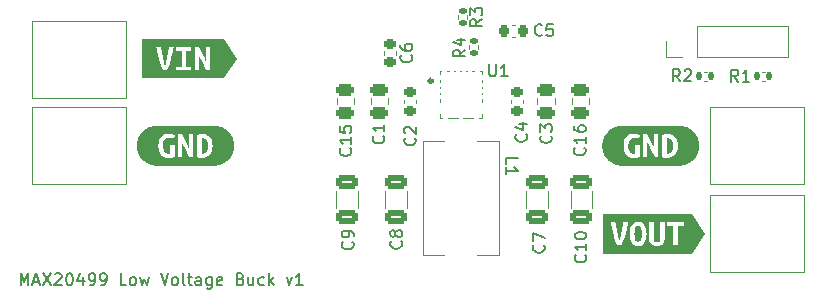
<source format=gbr>
%TF.GenerationSoftware,KiCad,Pcbnew,(6.0.0-0)*%
%TF.CreationDate,2022-06-13T23:55:57-07:00*%
%TF.ProjectId,max20499_breakout,6d617832-3034-4393-995f-627265616b6f,rev?*%
%TF.SameCoordinates,Original*%
%TF.FileFunction,Legend,Top*%
%TF.FilePolarity,Positive*%
%FSLAX46Y46*%
G04 Gerber Fmt 4.6, Leading zero omitted, Abs format (unit mm)*
G04 Created by KiCad (PCBNEW (6.0.0-0)) date 2022-06-13 23:55:57*
%MOMM*%
%LPD*%
G01*
G04 APERTURE LIST*
G04 Aperture macros list*
%AMRoundRect*
0 Rectangle with rounded corners*
0 $1 Rounding radius*
0 $2 $3 $4 $5 $6 $7 $8 $9 X,Y pos of 4 corners*
0 Add a 4 corners polygon primitive as box body*
4,1,4,$2,$3,$4,$5,$6,$7,$8,$9,$2,$3,0*
0 Add four circle primitives for the rounded corners*
1,1,$1+$1,$2,$3*
1,1,$1+$1,$4,$5*
1,1,$1+$1,$6,$7*
1,1,$1+$1,$8,$9*
0 Add four rect primitives between the rounded corners*
20,1,$1+$1,$2,$3,$4,$5,0*
20,1,$1+$1,$4,$5,$6,$7,0*
20,1,$1+$1,$6,$7,$8,$9,0*
20,1,$1+$1,$8,$9,$2,$3,0*%
%AMFreePoly0*
4,1,17,0.000354,1.075354,0.000500,1.075000,0.000500,0.000000,0.000354,-0.000354,0.000000,-0.000500,-0.900000,-0.000500,-0.900354,-0.000354,-0.900500,0.000000,-0.900500,0.400000,-0.900354,0.400354,-0.900000,0.400500,-0.450500,0.400500,-0.450500,1.075000,-0.450354,1.075354,-0.450000,1.075500,0.000000,1.075500,0.000354,1.075354,0.000354,1.075354,$1*%
%AMFreePoly1*
4,1,17,0.450354,1.075354,0.450500,1.075000,0.450500,0.400500,0.900000,0.400500,0.900354,0.400354,0.900500,0.400000,0.900500,0.000000,0.900354,-0.000354,0.900000,-0.000500,0.000000,-0.000500,-0.000354,-0.000354,-0.000500,0.000000,-0.000500,1.075000,-0.000354,1.075354,0.000000,1.075500,0.450000,1.075500,0.450354,1.075354,0.450354,1.075354,$1*%
%AMFreePoly2*
4,1,17,0.000354,0.000354,0.000500,0.000000,0.000500,-0.350000,0.000354,-0.350354,0.000000,-0.350500,-0.975000,-0.350500,-0.975354,-0.350354,-0.975500,-0.350000,-0.975500,-0.250500,-1.550000,-0.250500,-1.550354,-0.250354,-1.550500,-0.250000,-1.550500,0.000000,-1.550354,0.000354,-1.550000,0.000500,0.000000,0.000500,0.000354,0.000354,0.000354,0.000354,$1*%
%AMFreePoly3*
4,1,29,0.000035,0.000035,0.000050,0.000000,0.000050,-0.900000,0.000035,-0.900035,0.000000,-0.900050,-0.499950,-0.900050,-0.499950,-1.600000,-0.499965,-1.600035,-0.500000,-1.600050,-0.950000,-1.600050,-0.950035,-1.600035,-0.950050,-1.600000,-0.950050,-0.900050,-1.575000,-0.900050,-1.575035,-0.900035,-1.575050,-0.900000,-1.575050,-0.650000,-1.575035,-0.649965,-1.575000,-0.649950,-0.950050,-0.649950,
-0.950050,-0.250050,-1.575000,-0.250050,-1.575035,-0.250035,-1.575050,-0.250000,-1.575050,0.000000,-1.575035,0.000035,-1.575000,0.000050,0.000000,0.000050,0.000035,0.000035,0.000035,0.000035,$1*%
%AMFreePoly4*
4,1,29,1.575035,0.000035,1.575050,0.000000,1.575050,-0.250000,1.575035,-0.250035,1.575000,-0.250050,0.950050,-0.250050,0.950050,-0.649950,1.575000,-0.649950,1.575035,-0.649965,1.575050,-0.650000,1.575050,-0.900000,1.575035,-0.900035,1.575000,-0.900050,0.950050,-0.900050,0.950050,-1.600000,0.950035,-1.600035,0.950000,-1.600050,0.500000,-1.600050,0.499965,-1.600035,0.499950,-1.600000,
0.499950,-0.900050,0.000000,-0.900050,-0.000035,-0.900035,-0.000050,-0.900000,-0.000050,0.000000,-0.000035,0.000035,0.000000,0.000050,1.575000,0.000050,1.575035,0.000035,1.575035,0.000035,$1*%
%AMFreePoly5*
4,1,17,1.550354,0.000354,1.550500,0.000000,1.550500,-0.250000,1.550354,-0.250354,1.550000,-0.250500,0.975500,-0.250500,0.975500,-0.350000,0.975354,-0.350354,0.975000,-0.350500,0.000000,-0.350500,-0.000354,-0.350354,-0.000500,-0.350000,-0.000500,0.000000,-0.000354,0.000354,0.000000,0.000500,1.550000,0.000500,1.550354,0.000354,1.550354,0.000354,$1*%
G04 Aperture macros list end*
%ADD10C,0.150000*%
%ADD11C,0.120000*%
%ADD12C,0.312240*%
%ADD13RoundRect,0.135000X-0.185000X0.135000X-0.185000X-0.135000X0.185000X-0.135000X0.185000X0.135000X0*%
%ADD14RoundRect,0.135000X0.135000X0.185000X-0.135000X0.185000X-0.135000X-0.185000X0.135000X-0.185000X0*%
%ADD15C,2.520000*%
%ADD16RoundRect,0.225000X-0.250000X0.225000X-0.250000X-0.225000X0.250000X-0.225000X0.250000X0.225000X0*%
%ADD17RoundRect,0.250000X-0.475000X0.250000X-0.475000X-0.250000X0.475000X-0.250000X0.475000X0.250000X0*%
%ADD18R,1.700000X1.700000*%
%ADD19O,1.700000X1.700000*%
%ADD20RoundRect,0.250000X0.650000X-0.325000X0.650000X0.325000X-0.650000X0.325000X-0.650000X-0.325000X0*%
%ADD21RoundRect,0.225000X-0.225000X-0.250000X0.225000X-0.250000X0.225000X0.250000X-0.225000X0.250000X0*%
%ADD22R,0.650000X0.700000*%
%ADD23FreePoly0,0.000000*%
%ADD24R,0.350000X1.025000*%
%ADD25R,0.300000X0.925000*%
%ADD26FreePoly1,0.000000*%
%ADD27R,0.925000X0.300000*%
%ADD28FreePoly2,0.000000*%
%ADD29C,0.100000*%
%ADD30FreePoly3,0.000000*%
%ADD31R,0.350000X1.925000*%
%ADD32FreePoly4,0.000000*%
%ADD33FreePoly5,0.000000*%
%ADD34R,2.700000X3.850000*%
G04 APERTURE END LIST*
D10*
X94241428Y-109392380D02*
X94241428Y-108392380D01*
X94574761Y-109106666D01*
X94908095Y-108392380D01*
X94908095Y-109392380D01*
X95336666Y-109106666D02*
X95812857Y-109106666D01*
X95241428Y-109392380D02*
X95574761Y-108392380D01*
X95908095Y-109392380D01*
X96146190Y-108392380D02*
X96812857Y-109392380D01*
X96812857Y-108392380D02*
X96146190Y-109392380D01*
X97146190Y-108487619D02*
X97193809Y-108440000D01*
X97289047Y-108392380D01*
X97527142Y-108392380D01*
X97622380Y-108440000D01*
X97670000Y-108487619D01*
X97717619Y-108582857D01*
X97717619Y-108678095D01*
X97670000Y-108820952D01*
X97098571Y-109392380D01*
X97717619Y-109392380D01*
X98336666Y-108392380D02*
X98431904Y-108392380D01*
X98527142Y-108440000D01*
X98574761Y-108487619D01*
X98622380Y-108582857D01*
X98670000Y-108773333D01*
X98670000Y-109011428D01*
X98622380Y-109201904D01*
X98574761Y-109297142D01*
X98527142Y-109344761D01*
X98431904Y-109392380D01*
X98336666Y-109392380D01*
X98241428Y-109344761D01*
X98193809Y-109297142D01*
X98146190Y-109201904D01*
X98098571Y-109011428D01*
X98098571Y-108773333D01*
X98146190Y-108582857D01*
X98193809Y-108487619D01*
X98241428Y-108440000D01*
X98336666Y-108392380D01*
X99527142Y-108725714D02*
X99527142Y-109392380D01*
X99289047Y-108344761D02*
X99050952Y-109059047D01*
X99670000Y-109059047D01*
X100098571Y-109392380D02*
X100289047Y-109392380D01*
X100384285Y-109344761D01*
X100431904Y-109297142D01*
X100527142Y-109154285D01*
X100574761Y-108963809D01*
X100574761Y-108582857D01*
X100527142Y-108487619D01*
X100479523Y-108440000D01*
X100384285Y-108392380D01*
X100193809Y-108392380D01*
X100098571Y-108440000D01*
X100050952Y-108487619D01*
X100003333Y-108582857D01*
X100003333Y-108820952D01*
X100050952Y-108916190D01*
X100098571Y-108963809D01*
X100193809Y-109011428D01*
X100384285Y-109011428D01*
X100479523Y-108963809D01*
X100527142Y-108916190D01*
X100574761Y-108820952D01*
X101050952Y-109392380D02*
X101241428Y-109392380D01*
X101336666Y-109344761D01*
X101384285Y-109297142D01*
X101479523Y-109154285D01*
X101527142Y-108963809D01*
X101527142Y-108582857D01*
X101479523Y-108487619D01*
X101431904Y-108440000D01*
X101336666Y-108392380D01*
X101146190Y-108392380D01*
X101050952Y-108440000D01*
X101003333Y-108487619D01*
X100955714Y-108582857D01*
X100955714Y-108820952D01*
X101003333Y-108916190D01*
X101050952Y-108963809D01*
X101146190Y-109011428D01*
X101336666Y-109011428D01*
X101431904Y-108963809D01*
X101479523Y-108916190D01*
X101527142Y-108820952D01*
X103193809Y-109392380D02*
X102717619Y-109392380D01*
X102717619Y-108392380D01*
X103670000Y-109392380D02*
X103574761Y-109344761D01*
X103527142Y-109297142D01*
X103479523Y-109201904D01*
X103479523Y-108916190D01*
X103527142Y-108820952D01*
X103574761Y-108773333D01*
X103670000Y-108725714D01*
X103812857Y-108725714D01*
X103908095Y-108773333D01*
X103955714Y-108820952D01*
X104003333Y-108916190D01*
X104003333Y-109201904D01*
X103955714Y-109297142D01*
X103908095Y-109344761D01*
X103812857Y-109392380D01*
X103670000Y-109392380D01*
X104336666Y-108725714D02*
X104527142Y-109392380D01*
X104717619Y-108916190D01*
X104908095Y-109392380D01*
X105098571Y-108725714D01*
X106098571Y-108392380D02*
X106431904Y-109392380D01*
X106765238Y-108392380D01*
X107241428Y-109392380D02*
X107146190Y-109344761D01*
X107098571Y-109297142D01*
X107050952Y-109201904D01*
X107050952Y-108916190D01*
X107098571Y-108820952D01*
X107146190Y-108773333D01*
X107241428Y-108725714D01*
X107384285Y-108725714D01*
X107479523Y-108773333D01*
X107527142Y-108820952D01*
X107574761Y-108916190D01*
X107574761Y-109201904D01*
X107527142Y-109297142D01*
X107479523Y-109344761D01*
X107384285Y-109392380D01*
X107241428Y-109392380D01*
X108146190Y-109392380D02*
X108050952Y-109344761D01*
X108003333Y-109249523D01*
X108003333Y-108392380D01*
X108384285Y-108725714D02*
X108765238Y-108725714D01*
X108527142Y-108392380D02*
X108527142Y-109249523D01*
X108574761Y-109344761D01*
X108670000Y-109392380D01*
X108765238Y-109392380D01*
X109527142Y-109392380D02*
X109527142Y-108868571D01*
X109479523Y-108773333D01*
X109384285Y-108725714D01*
X109193809Y-108725714D01*
X109098571Y-108773333D01*
X109527142Y-109344761D02*
X109431904Y-109392380D01*
X109193809Y-109392380D01*
X109098571Y-109344761D01*
X109050952Y-109249523D01*
X109050952Y-109154285D01*
X109098571Y-109059047D01*
X109193809Y-109011428D01*
X109431904Y-109011428D01*
X109527142Y-108963809D01*
X110431904Y-108725714D02*
X110431904Y-109535238D01*
X110384285Y-109630476D01*
X110336666Y-109678095D01*
X110241428Y-109725714D01*
X110098571Y-109725714D01*
X110003333Y-109678095D01*
X110431904Y-109344761D02*
X110336666Y-109392380D01*
X110146190Y-109392380D01*
X110050952Y-109344761D01*
X110003333Y-109297142D01*
X109955714Y-109201904D01*
X109955714Y-108916190D01*
X110003333Y-108820952D01*
X110050952Y-108773333D01*
X110146190Y-108725714D01*
X110336666Y-108725714D01*
X110431904Y-108773333D01*
X111289047Y-109344761D02*
X111193809Y-109392380D01*
X111003333Y-109392380D01*
X110908095Y-109344761D01*
X110860476Y-109249523D01*
X110860476Y-108868571D01*
X110908095Y-108773333D01*
X111003333Y-108725714D01*
X111193809Y-108725714D01*
X111289047Y-108773333D01*
X111336666Y-108868571D01*
X111336666Y-108963809D01*
X110860476Y-109059047D01*
X112860476Y-108868571D02*
X113003333Y-108916190D01*
X113050952Y-108963809D01*
X113098571Y-109059047D01*
X113098571Y-109201904D01*
X113050952Y-109297142D01*
X113003333Y-109344761D01*
X112908095Y-109392380D01*
X112527142Y-109392380D01*
X112527142Y-108392380D01*
X112860476Y-108392380D01*
X112955714Y-108440000D01*
X113003333Y-108487619D01*
X113050952Y-108582857D01*
X113050952Y-108678095D01*
X113003333Y-108773333D01*
X112955714Y-108820952D01*
X112860476Y-108868571D01*
X112527142Y-108868571D01*
X113955714Y-108725714D02*
X113955714Y-109392380D01*
X113527142Y-108725714D02*
X113527142Y-109249523D01*
X113574761Y-109344761D01*
X113670000Y-109392380D01*
X113812857Y-109392380D01*
X113908095Y-109344761D01*
X113955714Y-109297142D01*
X114860476Y-109344761D02*
X114765238Y-109392380D01*
X114574761Y-109392380D01*
X114479523Y-109344761D01*
X114431904Y-109297142D01*
X114384285Y-109201904D01*
X114384285Y-108916190D01*
X114431904Y-108820952D01*
X114479523Y-108773333D01*
X114574761Y-108725714D01*
X114765238Y-108725714D01*
X114860476Y-108773333D01*
X115289047Y-109392380D02*
X115289047Y-108392380D01*
X115384285Y-109011428D02*
X115670000Y-109392380D01*
X115670000Y-108725714D02*
X115289047Y-109106666D01*
X116765238Y-108725714D02*
X117003333Y-109392380D01*
X117241428Y-108725714D01*
X118146190Y-109392380D02*
X117574761Y-109392380D01*
X117860476Y-109392380D02*
X117860476Y-108392380D01*
X117765238Y-108535238D01*
X117670000Y-108630476D01*
X117574761Y-108678095D01*
%TO.C,R4*%
X131892380Y-89456666D02*
X131416190Y-89790000D01*
X131892380Y-90028095D02*
X130892380Y-90028095D01*
X130892380Y-89647142D01*
X130940000Y-89551904D01*
X130987619Y-89504285D01*
X131082857Y-89456666D01*
X131225714Y-89456666D01*
X131320952Y-89504285D01*
X131368571Y-89551904D01*
X131416190Y-89647142D01*
X131416190Y-90028095D01*
X131225714Y-88599523D02*
X131892380Y-88599523D01*
X130844761Y-88837619D02*
X131559047Y-89075714D01*
X131559047Y-88456666D01*
%TO.C,R3*%
X133322380Y-86866666D02*
X132846190Y-87200000D01*
X133322380Y-87438095D02*
X132322380Y-87438095D01*
X132322380Y-87057142D01*
X132370000Y-86961904D01*
X132417619Y-86914285D01*
X132512857Y-86866666D01*
X132655714Y-86866666D01*
X132750952Y-86914285D01*
X132798571Y-86961904D01*
X132846190Y-87057142D01*
X132846190Y-87438095D01*
X132322380Y-86533333D02*
X132322380Y-85914285D01*
X132703333Y-86247619D01*
X132703333Y-86104761D01*
X132750952Y-86009523D01*
X132798571Y-85961904D01*
X132893809Y-85914285D01*
X133131904Y-85914285D01*
X133227142Y-85961904D01*
X133274761Y-86009523D01*
X133322380Y-86104761D01*
X133322380Y-86390476D01*
X133274761Y-86485714D01*
X133227142Y-86533333D01*
%TO.C,R2*%
X150078333Y-92132380D02*
X149745000Y-91656190D01*
X149506904Y-92132380D02*
X149506904Y-91132380D01*
X149887857Y-91132380D01*
X149983095Y-91180000D01*
X150030714Y-91227619D01*
X150078333Y-91322857D01*
X150078333Y-91465714D01*
X150030714Y-91560952D01*
X149983095Y-91608571D01*
X149887857Y-91656190D01*
X149506904Y-91656190D01*
X150459285Y-91227619D02*
X150506904Y-91180000D01*
X150602142Y-91132380D01*
X150840238Y-91132380D01*
X150935476Y-91180000D01*
X150983095Y-91227619D01*
X151030714Y-91322857D01*
X151030714Y-91418095D01*
X150983095Y-91560952D01*
X150411666Y-92132380D01*
X151030714Y-92132380D01*
%TO.C,R1*%
X155008333Y-92162380D02*
X154675000Y-91686190D01*
X154436904Y-92162380D02*
X154436904Y-91162380D01*
X154817857Y-91162380D01*
X154913095Y-91210000D01*
X154960714Y-91257619D01*
X155008333Y-91352857D01*
X155008333Y-91495714D01*
X154960714Y-91590952D01*
X154913095Y-91638571D01*
X154817857Y-91686190D01*
X154436904Y-91686190D01*
X155960714Y-92162380D02*
X155389285Y-92162380D01*
X155675000Y-92162380D02*
X155675000Y-91162380D01*
X155579761Y-91305238D01*
X155484523Y-91400476D01*
X155389285Y-91448095D01*
%TO.C,C2*%
X127617142Y-96936666D02*
X127664761Y-96984285D01*
X127712380Y-97127142D01*
X127712380Y-97222380D01*
X127664761Y-97365238D01*
X127569523Y-97460476D01*
X127474285Y-97508095D01*
X127283809Y-97555714D01*
X127140952Y-97555714D01*
X126950476Y-97508095D01*
X126855238Y-97460476D01*
X126760000Y-97365238D01*
X126712380Y-97222380D01*
X126712380Y-97127142D01*
X126760000Y-96984285D01*
X126807619Y-96936666D01*
X126807619Y-96555714D02*
X126760000Y-96508095D01*
X126712380Y-96412857D01*
X126712380Y-96174761D01*
X126760000Y-96079523D01*
X126807619Y-96031904D01*
X126902857Y-95984285D01*
X126998095Y-95984285D01*
X127140952Y-96031904D01*
X127712380Y-96603333D01*
X127712380Y-95984285D01*
%TO.C,C15*%
X122167142Y-97812857D02*
X122214761Y-97860476D01*
X122262380Y-98003333D01*
X122262380Y-98098571D01*
X122214761Y-98241428D01*
X122119523Y-98336666D01*
X122024285Y-98384285D01*
X121833809Y-98431904D01*
X121690952Y-98431904D01*
X121500476Y-98384285D01*
X121405238Y-98336666D01*
X121310000Y-98241428D01*
X121262380Y-98098571D01*
X121262380Y-98003333D01*
X121310000Y-97860476D01*
X121357619Y-97812857D01*
X122262380Y-96860476D02*
X122262380Y-97431904D01*
X122262380Y-97146190D02*
X121262380Y-97146190D01*
X121405238Y-97241428D01*
X121500476Y-97336666D01*
X121548095Y-97431904D01*
X121262380Y-95955714D02*
X121262380Y-96431904D01*
X121738571Y-96479523D01*
X121690952Y-96431904D01*
X121643333Y-96336666D01*
X121643333Y-96098571D01*
X121690952Y-96003333D01*
X121738571Y-95955714D01*
X121833809Y-95908095D01*
X122071904Y-95908095D01*
X122167142Y-95955714D01*
X122214761Y-96003333D01*
X122262380Y-96098571D01*
X122262380Y-96336666D01*
X122214761Y-96431904D01*
X122167142Y-96479523D01*
%TO.C,C8*%
X126457142Y-105676666D02*
X126504761Y-105724285D01*
X126552380Y-105867142D01*
X126552380Y-105962380D01*
X126504761Y-106105238D01*
X126409523Y-106200476D01*
X126314285Y-106248095D01*
X126123809Y-106295714D01*
X125980952Y-106295714D01*
X125790476Y-106248095D01*
X125695238Y-106200476D01*
X125600000Y-106105238D01*
X125552380Y-105962380D01*
X125552380Y-105867142D01*
X125600000Y-105724285D01*
X125647619Y-105676666D01*
X125980952Y-105105238D02*
X125933333Y-105200476D01*
X125885714Y-105248095D01*
X125790476Y-105295714D01*
X125742857Y-105295714D01*
X125647619Y-105248095D01*
X125600000Y-105200476D01*
X125552380Y-105105238D01*
X125552380Y-104914761D01*
X125600000Y-104819523D01*
X125647619Y-104771904D01*
X125742857Y-104724285D01*
X125790476Y-104724285D01*
X125885714Y-104771904D01*
X125933333Y-104819523D01*
X125980952Y-104914761D01*
X125980952Y-105105238D01*
X126028571Y-105200476D01*
X126076190Y-105248095D01*
X126171428Y-105295714D01*
X126361904Y-105295714D01*
X126457142Y-105248095D01*
X126504761Y-105200476D01*
X126552380Y-105105238D01*
X126552380Y-104914761D01*
X126504761Y-104819523D01*
X126457142Y-104771904D01*
X126361904Y-104724285D01*
X126171428Y-104724285D01*
X126076190Y-104771904D01*
X126028571Y-104819523D01*
X125980952Y-104914761D01*
%TO.C,C1*%
X124947142Y-96766666D02*
X124994761Y-96814285D01*
X125042380Y-96957142D01*
X125042380Y-97052380D01*
X124994761Y-97195238D01*
X124899523Y-97290476D01*
X124804285Y-97338095D01*
X124613809Y-97385714D01*
X124470952Y-97385714D01*
X124280476Y-97338095D01*
X124185238Y-97290476D01*
X124090000Y-97195238D01*
X124042380Y-97052380D01*
X124042380Y-96957142D01*
X124090000Y-96814285D01*
X124137619Y-96766666D01*
X125042380Y-95814285D02*
X125042380Y-96385714D01*
X125042380Y-96100000D02*
X124042380Y-96100000D01*
X124185238Y-96195238D01*
X124280476Y-96290476D01*
X124328095Y-96385714D01*
%TO.C,C5*%
X138383333Y-88197142D02*
X138335714Y-88244761D01*
X138192857Y-88292380D01*
X138097619Y-88292380D01*
X137954761Y-88244761D01*
X137859523Y-88149523D01*
X137811904Y-88054285D01*
X137764285Y-87863809D01*
X137764285Y-87720952D01*
X137811904Y-87530476D01*
X137859523Y-87435238D01*
X137954761Y-87340000D01*
X138097619Y-87292380D01*
X138192857Y-87292380D01*
X138335714Y-87340000D01*
X138383333Y-87387619D01*
X139288095Y-87292380D02*
X138811904Y-87292380D01*
X138764285Y-87768571D01*
X138811904Y-87720952D01*
X138907142Y-87673333D01*
X139145238Y-87673333D01*
X139240476Y-87720952D01*
X139288095Y-87768571D01*
X139335714Y-87863809D01*
X139335714Y-88101904D01*
X139288095Y-88197142D01*
X139240476Y-88244761D01*
X139145238Y-88292380D01*
X138907142Y-88292380D01*
X138811904Y-88244761D01*
X138764285Y-88197142D01*
%TO.C,C7*%
X138527142Y-106016666D02*
X138574761Y-106064285D01*
X138622380Y-106207142D01*
X138622380Y-106302380D01*
X138574761Y-106445238D01*
X138479523Y-106540476D01*
X138384285Y-106588095D01*
X138193809Y-106635714D01*
X138050952Y-106635714D01*
X137860476Y-106588095D01*
X137765238Y-106540476D01*
X137670000Y-106445238D01*
X137622380Y-106302380D01*
X137622380Y-106207142D01*
X137670000Y-106064285D01*
X137717619Y-106016666D01*
X137622380Y-105683333D02*
X137622380Y-105016666D01*
X138622380Y-105445238D01*
%TO.C,U1*%
X133908095Y-90712380D02*
X133908095Y-91521904D01*
X133955714Y-91617142D01*
X134003333Y-91664761D01*
X134098571Y-91712380D01*
X134289047Y-91712380D01*
X134384285Y-91664761D01*
X134431904Y-91617142D01*
X134479523Y-91521904D01*
X134479523Y-90712380D01*
X135479523Y-91712380D02*
X134908095Y-91712380D01*
X135193809Y-91712380D02*
X135193809Y-90712380D01*
X135098571Y-90855238D01*
X135003333Y-90950476D01*
X134908095Y-90998095D01*
%TO.C,C9*%
X122347142Y-105726666D02*
X122394761Y-105774285D01*
X122442380Y-105917142D01*
X122442380Y-106012380D01*
X122394761Y-106155238D01*
X122299523Y-106250476D01*
X122204285Y-106298095D01*
X122013809Y-106345714D01*
X121870952Y-106345714D01*
X121680476Y-106298095D01*
X121585238Y-106250476D01*
X121490000Y-106155238D01*
X121442380Y-106012380D01*
X121442380Y-105917142D01*
X121490000Y-105774285D01*
X121537619Y-105726666D01*
X122442380Y-105250476D02*
X122442380Y-105060000D01*
X122394761Y-104964761D01*
X122347142Y-104917142D01*
X122204285Y-104821904D01*
X122013809Y-104774285D01*
X121632857Y-104774285D01*
X121537619Y-104821904D01*
X121490000Y-104869523D01*
X121442380Y-104964761D01*
X121442380Y-105155238D01*
X121490000Y-105250476D01*
X121537619Y-105298095D01*
X121632857Y-105345714D01*
X121870952Y-105345714D01*
X121966190Y-105298095D01*
X122013809Y-105250476D01*
X122061428Y-105155238D01*
X122061428Y-104964761D01*
X122013809Y-104869523D01*
X121966190Y-104821904D01*
X121870952Y-104774285D01*
%TO.C,C16*%
X141987142Y-97767857D02*
X142034761Y-97815476D01*
X142082380Y-97958333D01*
X142082380Y-98053571D01*
X142034761Y-98196428D01*
X141939523Y-98291666D01*
X141844285Y-98339285D01*
X141653809Y-98386904D01*
X141510952Y-98386904D01*
X141320476Y-98339285D01*
X141225238Y-98291666D01*
X141130000Y-98196428D01*
X141082380Y-98053571D01*
X141082380Y-97958333D01*
X141130000Y-97815476D01*
X141177619Y-97767857D01*
X142082380Y-96815476D02*
X142082380Y-97386904D01*
X142082380Y-97101190D02*
X141082380Y-97101190D01*
X141225238Y-97196428D01*
X141320476Y-97291666D01*
X141368095Y-97386904D01*
X141082380Y-95958333D02*
X141082380Y-96148809D01*
X141130000Y-96244047D01*
X141177619Y-96291666D01*
X141320476Y-96386904D01*
X141510952Y-96434523D01*
X141891904Y-96434523D01*
X141987142Y-96386904D01*
X142034761Y-96339285D01*
X142082380Y-96244047D01*
X142082380Y-96053571D01*
X142034761Y-95958333D01*
X141987142Y-95910714D01*
X141891904Y-95863095D01*
X141653809Y-95863095D01*
X141558571Y-95910714D01*
X141510952Y-95958333D01*
X141463333Y-96053571D01*
X141463333Y-96244047D01*
X141510952Y-96339285D01*
X141558571Y-96386904D01*
X141653809Y-96434523D01*
%TO.C,L1*%
X135322619Y-99123333D02*
X135322619Y-98647142D01*
X136322619Y-98647142D01*
X135322619Y-99980476D02*
X135322619Y-99409047D01*
X135322619Y-99694761D02*
X136322619Y-99694761D01*
X136179761Y-99599523D01*
X136084523Y-99504285D01*
X136036904Y-99409047D01*
%TO.C,C10*%
X142057142Y-106832857D02*
X142104761Y-106880476D01*
X142152380Y-107023333D01*
X142152380Y-107118571D01*
X142104761Y-107261428D01*
X142009523Y-107356666D01*
X141914285Y-107404285D01*
X141723809Y-107451904D01*
X141580952Y-107451904D01*
X141390476Y-107404285D01*
X141295238Y-107356666D01*
X141200000Y-107261428D01*
X141152380Y-107118571D01*
X141152380Y-107023333D01*
X141200000Y-106880476D01*
X141247619Y-106832857D01*
X142152380Y-105880476D02*
X142152380Y-106451904D01*
X142152380Y-106166190D02*
X141152380Y-106166190D01*
X141295238Y-106261428D01*
X141390476Y-106356666D01*
X141438095Y-106451904D01*
X141152380Y-105261428D02*
X141152380Y-105166190D01*
X141200000Y-105070952D01*
X141247619Y-105023333D01*
X141342857Y-104975714D01*
X141533333Y-104928095D01*
X141771428Y-104928095D01*
X141961904Y-104975714D01*
X142057142Y-105023333D01*
X142104761Y-105070952D01*
X142152380Y-105166190D01*
X142152380Y-105261428D01*
X142104761Y-105356666D01*
X142057142Y-105404285D01*
X141961904Y-105451904D01*
X141771428Y-105499523D01*
X141533333Y-105499523D01*
X141342857Y-105451904D01*
X141247619Y-105404285D01*
X141200000Y-105356666D01*
X141152380Y-105261428D01*
%TO.C,C4*%
X137047142Y-96621666D02*
X137094761Y-96669285D01*
X137142380Y-96812142D01*
X137142380Y-96907380D01*
X137094761Y-97050238D01*
X136999523Y-97145476D01*
X136904285Y-97193095D01*
X136713809Y-97240714D01*
X136570952Y-97240714D01*
X136380476Y-97193095D01*
X136285238Y-97145476D01*
X136190000Y-97050238D01*
X136142380Y-96907380D01*
X136142380Y-96812142D01*
X136190000Y-96669285D01*
X136237619Y-96621666D01*
X136475714Y-95764523D02*
X137142380Y-95764523D01*
X136094761Y-96002619D02*
X136809047Y-96240714D01*
X136809047Y-95621666D01*
%TO.C,C6*%
X127307142Y-89916666D02*
X127354761Y-89964285D01*
X127402380Y-90107142D01*
X127402380Y-90202380D01*
X127354761Y-90345238D01*
X127259523Y-90440476D01*
X127164285Y-90488095D01*
X126973809Y-90535714D01*
X126830952Y-90535714D01*
X126640476Y-90488095D01*
X126545238Y-90440476D01*
X126450000Y-90345238D01*
X126402380Y-90202380D01*
X126402380Y-90107142D01*
X126450000Y-89964285D01*
X126497619Y-89916666D01*
X126402380Y-89059523D02*
X126402380Y-89250000D01*
X126450000Y-89345238D01*
X126497619Y-89392857D01*
X126640476Y-89488095D01*
X126830952Y-89535714D01*
X127211904Y-89535714D01*
X127307142Y-89488095D01*
X127354761Y-89440476D01*
X127402380Y-89345238D01*
X127402380Y-89154761D01*
X127354761Y-89059523D01*
X127307142Y-89011904D01*
X127211904Y-88964285D01*
X126973809Y-88964285D01*
X126878571Y-89011904D01*
X126830952Y-89059523D01*
X126783333Y-89154761D01*
X126783333Y-89345238D01*
X126830952Y-89440476D01*
X126878571Y-89488095D01*
X126973809Y-89535714D01*
%TO.C,C3*%
X139137142Y-96731666D02*
X139184761Y-96779285D01*
X139232380Y-96922142D01*
X139232380Y-97017380D01*
X139184761Y-97160238D01*
X139089523Y-97255476D01*
X138994285Y-97303095D01*
X138803809Y-97350714D01*
X138660952Y-97350714D01*
X138470476Y-97303095D01*
X138375238Y-97255476D01*
X138280000Y-97160238D01*
X138232380Y-97017380D01*
X138232380Y-96922142D01*
X138280000Y-96779285D01*
X138327619Y-96731666D01*
X138232380Y-96398333D02*
X138232380Y-95779285D01*
X138613333Y-96112619D01*
X138613333Y-95969761D01*
X138660952Y-95874523D01*
X138708571Y-95826904D01*
X138803809Y-95779285D01*
X139041904Y-95779285D01*
X139137142Y-95826904D01*
X139184761Y-95874523D01*
X139232380Y-95969761D01*
X139232380Y-96255476D01*
X139184761Y-96350714D01*
X139137142Y-96398333D01*
D11*
%TO.C,R4*%
X133010000Y-89106359D02*
X133010000Y-89413641D01*
X132250000Y-89106359D02*
X132250000Y-89413641D01*
%TO.C,R3*%
X132070000Y-86526359D02*
X132070000Y-86833641D01*
X131310000Y-86526359D02*
X131310000Y-86833641D01*
%TO.C,R2*%
X152383641Y-92090000D02*
X152076359Y-92090000D01*
X152383641Y-91330000D02*
X152076359Y-91330000D01*
%TO.C,R1*%
X157293641Y-92080000D02*
X156986359Y-92080000D01*
X157293641Y-91320000D02*
X156986359Y-91320000D01*
%TO.C,kibuzzard-62A80F52*%
G36*
X104533747Y-88585879D02*
G01*
X111490172Y-88585879D01*
X112586253Y-90230000D01*
X111490172Y-91874121D01*
X104533747Y-91874121D01*
X104533747Y-89247338D01*
X105724372Y-89247338D01*
X105760885Y-89425138D01*
X105813272Y-89647387D01*
X105855253Y-89813722D01*
X105900761Y-89986760D01*
X105949797Y-90166500D01*
X106001656Y-90349768D01*
X106055631Y-90533389D01*
X106111722Y-90717363D01*
X106195066Y-90979300D01*
X106273647Y-91212663D01*
X106676872Y-91212663D01*
X107442047Y-91212663D01*
X108689822Y-91212663D01*
X109004147Y-91212663D01*
X109356572Y-91212663D01*
X109356572Y-89907737D01*
X109474576Y-90125578D01*
X109587289Y-90343065D01*
X109694710Y-90560200D01*
X109796839Y-90777335D01*
X109893676Y-90994822D01*
X109985222Y-91212663D01*
X110299547Y-91212663D01*
X110299547Y-89247338D01*
X109947122Y-89247338D01*
X109947122Y-90457013D01*
X109891163Y-90333188D01*
X109824885Y-90190312D01*
X109750272Y-90035531D01*
X109669310Y-89875987D01*
X109583982Y-89713666D01*
X109496272Y-89550550D01*
X109407372Y-89392991D01*
X109318472Y-89247338D01*
X109004147Y-89247338D01*
X109004147Y-91212663D01*
X108689822Y-91212663D01*
X108689822Y-90888813D01*
X108264372Y-90888813D01*
X108264372Y-89571188D01*
X108689822Y-89571188D01*
X108689822Y-89247338D01*
X107442047Y-89247338D01*
X107442047Y-89571188D01*
X107870672Y-89571188D01*
X107870672Y-90888813D01*
X107442047Y-90888813D01*
X107442047Y-91212663D01*
X106676872Y-91212663D01*
X106737550Y-91043506D01*
X106796817Y-90870468D01*
X106854672Y-90693550D01*
X106910235Y-90515750D01*
X106962622Y-90340067D01*
X107011835Y-90166500D01*
X107079303Y-89913691D01*
X107138835Y-89672787D01*
X107190032Y-89448950D01*
X107232497Y-89247338D01*
X106822922Y-89247338D01*
X106794347Y-89412437D01*
X106759422Y-89602937D01*
X106719735Y-89808916D01*
X106676872Y-90020450D01*
X106630835Y-90233175D01*
X106581622Y-90442725D01*
X106530822Y-90639178D01*
X106480022Y-90812613D01*
X106428825Y-90636797D01*
X106376835Y-90439550D01*
X106326035Y-90230000D01*
X106278410Y-90017275D01*
X106234357Y-89806138D01*
X106194272Y-89601350D01*
X106160935Y-89412041D01*
X106137122Y-89247338D01*
X105724372Y-89247338D01*
X104533747Y-89247338D01*
X104533747Y-88585879D01*
G37*
%TO.C,kibuzzard-62A80EF8*%
G36*
X149282750Y-96991987D02*
G01*
X149412925Y-97139625D01*
X149479600Y-97352350D01*
X149498650Y-97600000D01*
X149492697Y-97740097D01*
X149474837Y-97868287D01*
X149395463Y-98079425D01*
X149249413Y-98219125D01*
X149025575Y-98269925D01*
X148990650Y-98269925D01*
X148955725Y-98266750D01*
X148955725Y-96945950D01*
X149012875Y-96938012D01*
X149070025Y-96936425D01*
X149282750Y-96991987D01*
G37*
G36*
X145006830Y-99278860D02*
G01*
X144843069Y-99254568D01*
X144682478Y-99214342D01*
X144526603Y-99158569D01*
X144376945Y-99087786D01*
X144234946Y-99002675D01*
X144101972Y-98904056D01*
X143979306Y-98792877D01*
X143868128Y-98670211D01*
X143769508Y-98537238D01*
X143684397Y-98395238D01*
X143613614Y-98245581D01*
X143557841Y-98089705D01*
X143517615Y-97929114D01*
X143493323Y-97765353D01*
X143485200Y-97600000D01*
X145304475Y-97600000D01*
X145318762Y-97838522D01*
X145361625Y-98046087D01*
X145430681Y-98222300D01*
X145523550Y-98366762D01*
X145639041Y-98479475D01*
X145775962Y-98560437D01*
X145932728Y-98609253D01*
X146107750Y-98625525D01*
X146301822Y-98617588D01*
X146464937Y-98593775D01*
X146501185Y-98584250D01*
X146952300Y-98584250D01*
X147304725Y-98584250D01*
X147304725Y-97279325D01*
X147422729Y-97497165D01*
X147535442Y-97714653D01*
X147642862Y-97931787D01*
X147744992Y-98148922D01*
X147841829Y-98366410D01*
X147933375Y-98584250D01*
X148247700Y-98584250D01*
X148247700Y-98562025D01*
X148565200Y-98562025D01*
X148779513Y-98598537D01*
X148984300Y-98609650D01*
X149175991Y-98595759D01*
X149351013Y-98554087D01*
X149506191Y-98482253D01*
X149638350Y-98377875D01*
X149745903Y-98239366D01*
X149827262Y-98065137D01*
X149878459Y-97852809D01*
X149895525Y-97600000D01*
X149880047Y-97352747D01*
X149833613Y-97144387D01*
X149759397Y-96972144D01*
X149660575Y-96833237D01*
X149537147Y-96727272D01*
X149389113Y-96653850D01*
X149220441Y-96610987D01*
X149035100Y-96596700D01*
X148816025Y-96606225D01*
X148565200Y-96644325D01*
X148565200Y-98562025D01*
X148247700Y-98562025D01*
X148247700Y-96618925D01*
X147895275Y-96618925D01*
X147895275Y-97828600D01*
X147839316Y-97704775D01*
X147773037Y-97561900D01*
X147698425Y-97407119D01*
X147617463Y-97247575D01*
X147532134Y-97085253D01*
X147444425Y-96922137D01*
X147355525Y-96764578D01*
X147266625Y-96618925D01*
X146952300Y-96618925D01*
X146952300Y-98584250D01*
X146501185Y-98584250D01*
X146682425Y-98536625D01*
X146682425Y-97555550D01*
X146291900Y-97555550D01*
X146291900Y-98273100D01*
X146215700Y-98282625D01*
X146139500Y-98285800D01*
X145949794Y-98244128D01*
X145812475Y-98119113D01*
X145750739Y-97987350D01*
X145713697Y-97814312D01*
X145701350Y-97600000D01*
X145708097Y-97454347D01*
X145728337Y-97322187D01*
X145817238Y-97106287D01*
X145974400Y-96965000D01*
X146209350Y-96914200D01*
X146418900Y-96949125D01*
X146590350Y-97028500D01*
X146691950Y-96717350D01*
X146626862Y-96679250D01*
X146517325Y-96631625D01*
X146360162Y-96591937D01*
X146155375Y-96574475D01*
X145983131Y-96590747D01*
X145822000Y-96639562D01*
X145676744Y-96720922D01*
X145552125Y-96834825D01*
X145449731Y-96980478D01*
X145371150Y-97157087D01*
X145321144Y-97363859D01*
X145304475Y-97600000D01*
X143485200Y-97600000D01*
X143493323Y-97434647D01*
X143517615Y-97270886D01*
X143557841Y-97110295D01*
X143613614Y-96954419D01*
X143684397Y-96804762D01*
X143769508Y-96662762D01*
X143868128Y-96529789D01*
X143979306Y-96407123D01*
X144101972Y-96295944D01*
X144234946Y-96197325D01*
X144376945Y-96112214D01*
X144526603Y-96041431D01*
X144682478Y-95985658D01*
X144843069Y-95945432D01*
X145006830Y-95921140D01*
X145172183Y-95913017D01*
X150027817Y-95913017D01*
X150193170Y-95921140D01*
X150356931Y-95945432D01*
X150517522Y-95985658D01*
X150673397Y-96041431D01*
X150823055Y-96112214D01*
X150965054Y-96197325D01*
X151098028Y-96295944D01*
X151220694Y-96407123D01*
X151331872Y-96529789D01*
X151430492Y-96662762D01*
X151515603Y-96804762D01*
X151586386Y-96954419D01*
X151642159Y-97110295D01*
X151682385Y-97270886D01*
X151706677Y-97434647D01*
X151714800Y-97600000D01*
X151706677Y-97765353D01*
X151682385Y-97929114D01*
X151642159Y-98089705D01*
X151586386Y-98245581D01*
X151515603Y-98395238D01*
X151430492Y-98537238D01*
X151331872Y-98670211D01*
X151220694Y-98792877D01*
X151098028Y-98904056D01*
X150965054Y-99002675D01*
X150823055Y-99087786D01*
X150673397Y-99158569D01*
X150517522Y-99214342D01*
X150356931Y-99254568D01*
X150193170Y-99278860D01*
X150027817Y-99286983D01*
X145172183Y-99286983D01*
X145006830Y-99278860D01*
G37*
G36*
X105616830Y-99278860D02*
G01*
X105453069Y-99254568D01*
X105292478Y-99214342D01*
X105136603Y-99158569D01*
X104986945Y-99087786D01*
X104844946Y-99002675D01*
X104711972Y-98904056D01*
X104589306Y-98792877D01*
X104478128Y-98670211D01*
X104379508Y-98537238D01*
X104294397Y-98395238D01*
X104223614Y-98245581D01*
X104167841Y-98089705D01*
X104127615Y-97929114D01*
X104103323Y-97765353D01*
X104095200Y-97600000D01*
X105914475Y-97600000D01*
X105928762Y-97838522D01*
X105971625Y-98046087D01*
X106040681Y-98222300D01*
X106133550Y-98366762D01*
X106249041Y-98479475D01*
X106385962Y-98560437D01*
X106542728Y-98609253D01*
X106717750Y-98625525D01*
X106911822Y-98617588D01*
X107074937Y-98593775D01*
X107111185Y-98584250D01*
X107562300Y-98584250D01*
X107914725Y-98584250D01*
X107914725Y-97279325D01*
X108032729Y-97497165D01*
X108145442Y-97714653D01*
X108252862Y-97931787D01*
X108354992Y-98148922D01*
X108451829Y-98366410D01*
X108543375Y-98584250D01*
X108857700Y-98584250D01*
X108857700Y-98562025D01*
X109175200Y-98562025D01*
X109389513Y-98598537D01*
X109594300Y-98609650D01*
X109785991Y-98595759D01*
X109961013Y-98554087D01*
X110116191Y-98482253D01*
X110248350Y-98377875D01*
X110355903Y-98239366D01*
X110437262Y-98065137D01*
X110488459Y-97852809D01*
X110505525Y-97600000D01*
X110490047Y-97352747D01*
X110443613Y-97144387D01*
X110369397Y-96972144D01*
X110270575Y-96833237D01*
X110147147Y-96727272D01*
X109999113Y-96653850D01*
X109830441Y-96610987D01*
X109645100Y-96596700D01*
X109426025Y-96606225D01*
X109175200Y-96644325D01*
X109175200Y-98562025D01*
X108857700Y-98562025D01*
X108857700Y-96618925D01*
X108505275Y-96618925D01*
X108505275Y-97828600D01*
X108449316Y-97704775D01*
X108383037Y-97561900D01*
X108308425Y-97407119D01*
X108227463Y-97247575D01*
X108142134Y-97085253D01*
X108054425Y-96922137D01*
X107965525Y-96764578D01*
X107876625Y-96618925D01*
X107562300Y-96618925D01*
X107562300Y-98584250D01*
X107111185Y-98584250D01*
X107292425Y-98536625D01*
X107292425Y-97555550D01*
X106901900Y-97555550D01*
X106901900Y-98273100D01*
X106825700Y-98282625D01*
X106749500Y-98285800D01*
X106559794Y-98244128D01*
X106422475Y-98119113D01*
X106360739Y-97987350D01*
X106323697Y-97814312D01*
X106311350Y-97600000D01*
X106318097Y-97454347D01*
X106338337Y-97322187D01*
X106427238Y-97106287D01*
X106584400Y-96965000D01*
X106819350Y-96914200D01*
X107028900Y-96949125D01*
X107200350Y-97028500D01*
X107301950Y-96717350D01*
X107236862Y-96679250D01*
X107127325Y-96631625D01*
X106970162Y-96591937D01*
X106765375Y-96574475D01*
X106593131Y-96590747D01*
X106432000Y-96639562D01*
X106286744Y-96720922D01*
X106162125Y-96834825D01*
X106059731Y-96980478D01*
X105981150Y-97157087D01*
X105931144Y-97363859D01*
X105914475Y-97600000D01*
X104095200Y-97600000D01*
X104103323Y-97434647D01*
X104127615Y-97270886D01*
X104167841Y-97110295D01*
X104223614Y-96954419D01*
X104294397Y-96804762D01*
X104379508Y-96662762D01*
X104478128Y-96529789D01*
X104589306Y-96407123D01*
X104711972Y-96295944D01*
X104844946Y-96197325D01*
X104986945Y-96112214D01*
X105136603Y-96041431D01*
X105292478Y-95985658D01*
X105453069Y-95945432D01*
X105616830Y-95921140D01*
X105782183Y-95913017D01*
X110637817Y-95913017D01*
X110803170Y-95921140D01*
X110966931Y-95945432D01*
X111127522Y-95985658D01*
X111283397Y-96041431D01*
X111433055Y-96112214D01*
X111575054Y-96197325D01*
X111708028Y-96295944D01*
X111830694Y-96407123D01*
X111941872Y-96529789D01*
X112040492Y-96662762D01*
X112125603Y-96804762D01*
X112196386Y-96954419D01*
X112252159Y-97110295D01*
X112292385Y-97270886D01*
X112316677Y-97434647D01*
X112324800Y-97600000D01*
X112316677Y-97765353D01*
X112292385Y-97929114D01*
X112252159Y-98089705D01*
X112196386Y-98245581D01*
X112125603Y-98395238D01*
X112040492Y-98537238D01*
X111941872Y-98670211D01*
X111830694Y-98792877D01*
X111708028Y-98904056D01*
X111575054Y-99002675D01*
X111433055Y-99087786D01*
X111283397Y-99158569D01*
X111127522Y-99214342D01*
X110966931Y-99254568D01*
X110803170Y-99278860D01*
X110637817Y-99286983D01*
X105782183Y-99286983D01*
X105616830Y-99278860D01*
G37*
G36*
X109892750Y-96991987D02*
G01*
X110022925Y-97139625D01*
X110089600Y-97352350D01*
X110108650Y-97600000D01*
X110102697Y-97740097D01*
X110084837Y-97868287D01*
X110005463Y-98079425D01*
X109859413Y-98219125D01*
X109635575Y-98269925D01*
X109600650Y-98269925D01*
X109565725Y-98266750D01*
X109565725Y-96945950D01*
X109622875Y-96938012D01*
X109680025Y-96936425D01*
X109892750Y-96991987D01*
G37*
%TO.C,kibuzzard-62A80E9C*%
G36*
X143531539Y-103363017D02*
G01*
X151083806Y-103363017D01*
X152208461Y-105050000D01*
X151083806Y-106736983D01*
X143531539Y-106736983D01*
X143531539Y-104068925D01*
X144192997Y-104068925D01*
X144229510Y-104246725D01*
X144281897Y-104468975D01*
X144323878Y-104635310D01*
X144369386Y-104808347D01*
X144418422Y-104988087D01*
X144470281Y-105171356D01*
X144524256Y-105354976D01*
X144580347Y-105538950D01*
X144663691Y-105800887D01*
X144742272Y-106034250D01*
X145145497Y-106034250D01*
X145206175Y-105865093D01*
X145265442Y-105692056D01*
X145323297Y-105515137D01*
X145378860Y-105337338D01*
X145431247Y-105161654D01*
X145462905Y-105050000D01*
X145824947Y-105050000D01*
X145836357Y-105288423D01*
X145870588Y-105495691D01*
X145927639Y-105671804D01*
X146007510Y-105816762D01*
X146147386Y-105960519D01*
X146323599Y-106046774D01*
X146536147Y-106075525D01*
X146743581Y-106046774D01*
X146917147Y-105960519D01*
X147056847Y-105816762D01*
X147137413Y-105671804D01*
X147194960Y-105495691D01*
X147223720Y-105323050D01*
X147450547Y-105323050D01*
X147458485Y-105486562D01*
X147482297Y-105634200D01*
X147525160Y-105763581D01*
X147590247Y-105872325D01*
X147795035Y-106023137D01*
X147939100Y-106062428D01*
X148114122Y-106075525D01*
X148291922Y-106062428D01*
X148437972Y-106023137D01*
X148555447Y-105959241D01*
X148647522Y-105872325D01*
X148714991Y-105763581D01*
X148758647Y-105634200D01*
X148782460Y-105486562D01*
X148790397Y-105323050D01*
X148790397Y-104392775D01*
X148993597Y-104392775D01*
X149511122Y-104392775D01*
X149511122Y-106034250D01*
X149904822Y-106034250D01*
X149904822Y-104392775D01*
X150422347Y-104392775D01*
X150422347Y-104068925D01*
X148993597Y-104068925D01*
X148993597Y-104392775D01*
X148790397Y-104392775D01*
X148790397Y-104068925D01*
X148399872Y-104068925D01*
X148399872Y-105294475D01*
X148387172Y-105502437D01*
X148342722Y-105638962D01*
X148256997Y-105713575D01*
X148120472Y-105735800D01*
X147983947Y-105713575D01*
X147899810Y-105640550D01*
X147856947Y-105505612D01*
X147844247Y-105297650D01*
X147844247Y-104068925D01*
X147450547Y-104068925D01*
X147450547Y-105323050D01*
X147223720Y-105323050D01*
X147229488Y-105288423D01*
X147240997Y-105050000D01*
X147229686Y-104811577D01*
X147195753Y-104604309D01*
X147139199Y-104428196D01*
X147060022Y-104283237D01*
X146921028Y-104139481D01*
X146745344Y-104053226D01*
X146532972Y-104024475D01*
X146326950Y-104053226D01*
X146153383Y-104139481D01*
X146012272Y-104283237D01*
X145930318Y-104428196D01*
X145871778Y-104604309D01*
X145836655Y-104811577D01*
X145824947Y-105050000D01*
X145462905Y-105050000D01*
X145480460Y-104988087D01*
X145547928Y-104735278D01*
X145607460Y-104494375D01*
X145658657Y-104270537D01*
X145701122Y-104068925D01*
X145291547Y-104068925D01*
X145262972Y-104234025D01*
X145228047Y-104424525D01*
X145188360Y-104630503D01*
X145145497Y-104842037D01*
X145099460Y-105054762D01*
X145050247Y-105264312D01*
X144999447Y-105460766D01*
X144948647Y-105634200D01*
X144897450Y-105458384D01*
X144845460Y-105261137D01*
X144794660Y-105051587D01*
X144747035Y-104838862D01*
X144702982Y-104627725D01*
X144662897Y-104422937D01*
X144629560Y-104233628D01*
X144605747Y-104068925D01*
X144192997Y-104068925D01*
X143531539Y-104068925D01*
X143531539Y-103363017D01*
G37*
G36*
X146694897Y-104418175D02*
G01*
X146788560Y-104564225D01*
X146833010Y-104781712D01*
X146841344Y-104911491D01*
X146844122Y-105050000D01*
X146841344Y-105188112D01*
X146833010Y-105316700D01*
X146788560Y-105534187D01*
X146693310Y-105681825D01*
X146532972Y-105735800D01*
X146371047Y-105681825D01*
X146277385Y-105535775D01*
X146232935Y-105318287D01*
X146224600Y-105188509D01*
X146221822Y-105050000D01*
X146224600Y-104911887D01*
X146232935Y-104783300D01*
X146277385Y-104565812D01*
X146371047Y-104418175D01*
X146532972Y-104364200D01*
X146694897Y-104418175D01*
G37*
%TO.C,J1*%
X95190000Y-100850000D02*
X95190000Y-94350000D01*
X103190000Y-100850000D02*
X95190000Y-100850000D01*
X103190000Y-94350000D02*
X103190000Y-100850000D01*
X95190000Y-94350000D02*
X103190000Y-94350000D01*
%TO.C,C2*%
X127730000Y-93699420D02*
X127730000Y-93980580D01*
X126710000Y-93699420D02*
X126710000Y-93980580D01*
%TO.C,C15*%
X122485000Y-93578748D02*
X122485000Y-94101252D01*
X121015000Y-93578748D02*
X121015000Y-94101252D01*
%TO.C,J3*%
X151510000Y-90090000D02*
X151510000Y-87430000D01*
X151510000Y-90090000D02*
X159190000Y-90090000D01*
X148910000Y-90090000D02*
X148910000Y-88760000D01*
X150240000Y-90090000D02*
X148910000Y-90090000D01*
X151510000Y-87430000D02*
X159190000Y-87430000D01*
X159190000Y-90090000D02*
X159190000Y-87430000D01*
%TO.C,C8*%
X125120000Y-102871252D02*
X125120000Y-101448748D01*
X126940000Y-102871252D02*
X126940000Y-101448748D01*
%TO.C,C1*%
X125355000Y-93578748D02*
X125355000Y-94101252D01*
X123885000Y-93578748D02*
X123885000Y-94101252D01*
%TO.C,J2*%
X103190000Y-87030000D02*
X103190000Y-93530000D01*
X95190000Y-87030000D02*
X103190000Y-87030000D01*
X103190000Y-93530000D02*
X95190000Y-93530000D01*
X95190000Y-93530000D02*
X95190000Y-87030000D01*
%TO.C,C5*%
X135849420Y-88350000D02*
X136130580Y-88350000D01*
X135849420Y-87330000D02*
X136130580Y-87330000D01*
%TO.C,C7*%
X137040000Y-102871252D02*
X137040000Y-101448748D01*
X138860000Y-102871252D02*
X138860000Y-101448748D01*
%TO.C,U1*%
D12*
X129136120Y-92095000D02*
G75*
G03*
X129136120Y-92095000I-156120J0D01*
G01*
D11*
X129780000Y-91280000D02*
X133280000Y-91280000D01*
X133280000Y-91280000D02*
X133280000Y-95280000D01*
X133280000Y-95280000D02*
X129780000Y-95280000D01*
X129780000Y-95280000D02*
X129780000Y-91280000D01*
%TO.C,C9*%
X120960000Y-102871252D02*
X120960000Y-101448748D01*
X122780000Y-102871252D02*
X122780000Y-101448748D01*
%TO.C,C16*%
X142365000Y-93573748D02*
X142365000Y-94096252D01*
X140895000Y-93573748D02*
X140895000Y-94096252D01*
%TO.C,L1*%
X134730000Y-97210000D02*
X128330000Y-97210000D01*
X128330000Y-97210000D02*
X128330000Y-106810000D01*
X128330000Y-106810000D02*
X134730000Y-106810000D01*
X134730000Y-106810000D02*
X134730000Y-97210000D01*
%TO.C,C10*%
X142630000Y-102871252D02*
X142630000Y-101448748D01*
X140810000Y-102871252D02*
X140810000Y-101448748D01*
%TO.C,J4*%
X152600000Y-101790000D02*
X160600000Y-101790000D01*
X160600000Y-108290000D02*
X152600000Y-108290000D01*
X152600000Y-108290000D02*
X152600000Y-101790000D01*
X160600000Y-101790000D02*
X160600000Y-108290000D01*
%TO.C,C4*%
X135780000Y-93709420D02*
X135780000Y-93990580D01*
X136800000Y-93709420D02*
X136800000Y-93990580D01*
%TO.C,C6*%
X125010000Y-89609420D02*
X125010000Y-89890580D01*
X126030000Y-89609420D02*
X126030000Y-89890580D01*
%TO.C,J5*%
X152600000Y-100850000D02*
X152600000Y-94350000D01*
X152600000Y-94350000D02*
X160600000Y-94350000D01*
X160600000Y-100850000D02*
X152600000Y-100850000D01*
X160600000Y-94350000D02*
X160600000Y-100850000D01*
%TO.C,C3*%
X139455000Y-93573748D02*
X139455000Y-94096252D01*
X137985000Y-93573748D02*
X137985000Y-94096252D01*
%TD*%
%LPC*%
D13*
%TO.C,R4*%
X132630000Y-88750000D03*
X132630000Y-89770000D03*
%TD*%
%TO.C,R3*%
X131690000Y-86170000D03*
X131690000Y-87190000D03*
%TD*%
D14*
%TO.C,R2*%
X152740000Y-91710000D03*
X151720000Y-91710000D03*
%TD*%
%TO.C,R1*%
X157650000Y-91700000D03*
X156630000Y-91700000D03*
%TD*%
D15*
%TO.C,J1*%
X96650000Y-97600000D03*
X101730000Y-97600000D03*
%TD*%
D16*
%TO.C,C2*%
X127220000Y-93065000D03*
X127220000Y-94615000D03*
%TD*%
D17*
%TO.C,C15*%
X121750000Y-92890000D03*
X121750000Y-94790000D03*
%TD*%
D18*
%TO.C,J3*%
X150240000Y-88760000D03*
D19*
X152780000Y-88760000D03*
X155320000Y-88760000D03*
X157860000Y-88760000D03*
%TD*%
D20*
%TO.C,C8*%
X126030000Y-103635000D03*
X126030000Y-100685000D03*
%TD*%
D17*
%TO.C,C1*%
X124620000Y-94790000D03*
X124620000Y-92890000D03*
%TD*%
D15*
%TO.C,J2*%
X96650000Y-90280000D03*
X101730000Y-90280000D03*
%TD*%
D21*
%TO.C,C5*%
X135215000Y-87840000D03*
X136765000Y-87840000D03*
%TD*%
D20*
%TO.C,C7*%
X137950000Y-103635000D03*
X137950000Y-100685000D03*
%TD*%
D22*
%TO.C,U1*%
X131530000Y-92980000D03*
D23*
X130380000Y-92055000D03*
D24*
X130755000Y-91492500D03*
D25*
X131280000Y-91442500D03*
X131780000Y-91442500D03*
D24*
X132305000Y-91492500D03*
D26*
X132680000Y-92055000D03*
D27*
X133117500Y-92455000D03*
X133117500Y-92955000D03*
D28*
X133580000Y-93330000D03*
D29*
X132995000Y-94265000D03*
D30*
X133580000Y-93980000D03*
D31*
X131530000Y-94617500D03*
D32*
X129480000Y-93980000D03*
D29*
X130010000Y-94275000D03*
D33*
X129480000Y-93330000D03*
D27*
X129942500Y-92955000D03*
X129942500Y-92455000D03*
%TD*%
D20*
%TO.C,C9*%
X121870000Y-103635000D03*
X121870000Y-100685000D03*
%TD*%
D17*
%TO.C,C16*%
X141630000Y-94785000D03*
X141630000Y-92885000D03*
%TD*%
D34*
%TO.C,L1*%
X131530000Y-98735000D03*
X131530000Y-105285000D03*
%TD*%
D20*
%TO.C,C10*%
X141720000Y-103635000D03*
X141720000Y-100685000D03*
%TD*%
D15*
%TO.C,J4*%
X154060000Y-105040000D03*
X159140000Y-105040000D03*
%TD*%
D16*
%TO.C,C4*%
X136290000Y-93075000D03*
X136290000Y-94625000D03*
%TD*%
%TO.C,C6*%
X125520000Y-90525000D03*
X125520000Y-88975000D03*
%TD*%
D15*
%TO.C,J5*%
X154060000Y-97600000D03*
X159140000Y-97600000D03*
%TD*%
D17*
%TO.C,C3*%
X138720000Y-92885000D03*
X138720000Y-94785000D03*
%TD*%
M02*

</source>
